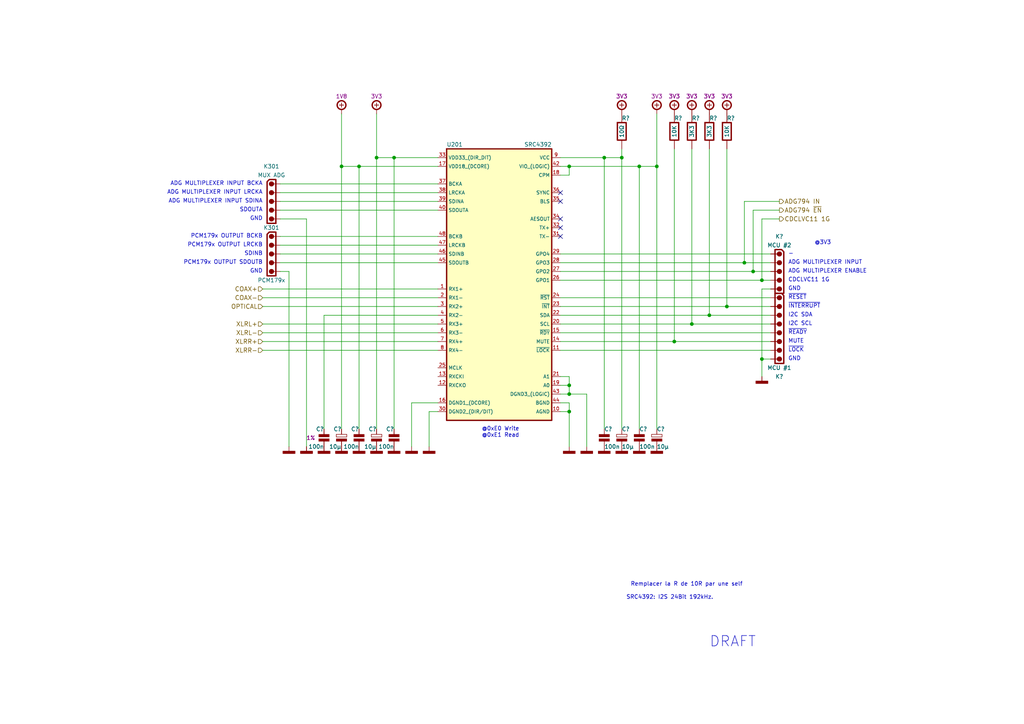
<source format=kicad_sch>
(kicad_sch (version 20230121) (generator eeschema)
  (paper "A4")
  (title_block (title "SRC4392") (date "01/2023") (rev "A") (comment 1 "SRC4392"))
  (lib_symbols
    (symbol "tronixio:CAPACITOR-1206-100N-10P-X7R" (pin_numbers hide) (pin_names (offset 0) hide)
      (property "Reference" "C" (at 1 2.54 0))
      (property "Value" "CAPACITOR-1206-100N-10P-X7R" (at 1 -2.54 0))
      (symbol "CAPACITOR-1206-100N-10P-X7R_0_1"
        (rectangle (start -1.524 -0.254) (end 1.524 -1.016) (stroke (width 0.001)) (fill (type outline)))
        (rectangle (start -1.524 1.016) (end 1.524 0.254) (stroke (width 0.001)) (fill (type outline)))
      )
      (symbol "CAPACITOR-1206-100N-10P-X7R_1_1"
        (pin passive line (at 0 2.54 270) (length 1.905) (name "~") (number "1"))
        (pin passive line (at 0 -2.54 90) (length 1.905) (name "~") (number "2"))
      )
    )
    (symbol "tronixio:CAPACITOR-1206-100N-1P-COG" (pin_numbers hide) (pin_names (offset 0) hide)
      (property "Reference" "C" (at 1 2.54 0))
      (property "Value" "CAPACITOR-1206-100N-1P-COG" (at 1 -2.54 0))
      (property "Tolerance" "1%" (at 1 -5.08 0))
      (symbol "CAPACITOR-1206-100N-1P-COG_0_1"
        (rectangle (start -1.524 -0.254) (end 1.524 -1.016) (stroke (width 0.001)) (fill (type outline)))
        (rectangle (start -1.524 1.016) (end 1.524 0.254) (stroke (width 0.001)) (fill (type outline)))
      )
      (symbol "CAPACITOR-1206-100N-1P-COG_1_1"
        (pin passive line (at 0 2.54 270) (length 1.905) (name "~") (number "1"))
        (pin passive line (at 0 -2.54 90) (length 1.905) (name "~") (number "2"))
      )
    )
    (symbol "tronixio:HARWIN-254-M-1X05-VERTICAL" (pin_numbers hide) (pin_names (offset 0) hide)
      (property "Reference" "K" (at 0 2.54 0))
      (property "Value" "HARWIN-254-M-1X05-VERTICAL" (at 0 -12.7 0))
      (symbol "HARWIN-254-M-1X05-VERTICAL_0_1"
        (circle (center 0 -10.16) (radius 0.635) (stroke (width 0.2)) (fill (type outline)))
        (circle (center 0 -7.62) (radius 0.635) (stroke (width 0.2)) (fill (type outline)))
        (circle (center 0 -5.08) (radius 0.635) (stroke (width 0.2)) (fill (type outline)))
        (circle (center 0 -2.54) (radius 0.635) (stroke (width 0.2)) (fill (type outline)))
        (polyline (pts (xy -1.27 -11.43) (xy 1.27 -11.43) (xy 1.27 0.635) (xy 0.635 1.27) (xy -1.27 1.27) (xy -1.27 -11.43)) (stroke (width 0.4)))
        (circle (center 0 0) (radius 0.635) (stroke (width 0.2)) (fill (type outline)))
      )
      (symbol "HARWIN-254-M-1X05-VERTICAL_1_1"
        (pin passive line (at -2.54 0 0) (length 1.905) (name "1") (number "1"))
        (pin passive line (at -2.54 -2.54 0) (length 1.905) (name "2") (number "2"))
        (pin passive line (at -2.54 -5.08 0) (length 1.905) (name "3") (number "3"))
        (pin passive line (at -2.54 -7.62 0) (length 1.905) (name "4") (number "4"))
        (pin passive line (at -2.54 -10.16 0) (length 1.905) (name "5") (number "5"))
      )
    )
    (symbol "tronixio:HARWIN-254-M-1X08-VERTICAL" (pin_numbers hide) (pin_names (offset 0) hide)
      (property "Reference" "K" (at 0 2.54 0))
      (property "Value" "HARWIN-254-M-1X08-VERTICAL" (at 0 -20.32 0))
      (symbol "HARWIN-254-M-1X08-VERTICAL_0_1"
        (circle (center 0 -17.78) (radius 0.635) (stroke (width 0.2)) (fill (type outline)))
        (circle (center 0 -15.24) (radius 0.635) (stroke (width 0.2)) (fill (type outline)))
        (circle (center 0 -12.7) (radius 0.635) (stroke (width 0.2)) (fill (type outline)))
        (circle (center 0 -10.16) (radius 0.635) (stroke (width 0.2)) (fill (type outline)))
        (circle (center 0 -7.62) (radius 0.635) (stroke (width 0.2)) (fill (type outline)))
        (circle (center 0 -5.08) (radius 0.635) (stroke (width 0.2)) (fill (type outline)))
        (circle (center 0 -2.54) (radius 0.635) (stroke (width 0.2)) (fill (type outline)))
        (polyline (pts (xy -1.27 -19.05) (xy 1.27 -19.05) (xy 1.27 0.635) (xy 0.635 1.27) (xy -1.27 1.27) (xy -1.27 -19.05)) (stroke (width 0.4)))
        (circle (center 0 0) (radius 0.635) (stroke (width 0.2)) (fill (type outline)))
      )
      (symbol "HARWIN-254-M-1X08-VERTICAL_1_1"
        (pin passive line (at -2.54 0 0) (length 1.905) (name "Pin_1") (number "1"))
        (pin passive line (at -2.54 -2.54 0) (length 1.905) (name "Pin_2") (number "2"))
        (pin passive line (at -2.54 -5.08 0) (length 1.905) (name "Pin_3") (number "3"))
        (pin passive line (at -2.54 -7.62 0) (length 1.905) (name "Pin_4") (number "4"))
        (pin passive line (at -2.54 -10.16 0) (length 1.905) (name "Pin_5") (number "5"))
        (pin passive line (at -2.54 -12.7 0) (length 1.905) (name "Pin_6") (number "6"))
        (pin passive line (at -2.54 -15.24 0) (length 1.905) (name "Pin_7") (number "7"))
        (pin passive line (at -2.54 -17.78 0) (length 1.905) (name "Pin_8") (number "8"))
      )
    )
    (symbol "tronixio:POWER-+1V8" (power) (pin_numbers hide) (pin_names (offset 0) hide)
      (property "Name" "1V8" (at 0 5.08 0))
      (symbol "POWER-+1V8_0_1"
        (polyline (pts (xy -0.635 2.54) (xy 0.635 2.54)) (stroke (width 0.2)))
        (polyline (pts (xy 0 1.905) (xy 0 3.175)) (stroke (width 0.2)))
        (circle (center 0 2.54) (radius 1.27) (stroke (width 0.4)))
      )
      (symbol "POWER-+1V8_1_1"
        (pin power_in line (at 0 0 90) (length 1.27) (name "+1V8") (number "1"))
      )
    )
    (symbol "tronixio:POWER-+3V3" (power) (pin_numbers hide) (pin_names (offset 0) hide)
      (property "Name" "3V3" (at 0 5.08 0))
      (symbol "POWER-+3V3_0_1"
        (polyline (pts (xy -0.635 2.54) (xy 0.635 2.54)) (stroke (width 0.2)))
        (polyline (pts (xy 0 1.905) (xy 0 3.175)) (stroke (width 0.2)))
        (circle (center 0 2.54) (radius 1.27) (stroke (width 0.4)))
      )
      (symbol "POWER-+3V3_1_1"
        (pin power_in line (at 0 0 90) (length 1.27) (name "+3V3") (number "1"))
      )
    )
    (symbol "tronixio:POWER-GND" (power) (pin_numbers hide) (pin_names (offset 0) hide)
      (property "Name" "GND" (at 0 -3.81 0))
      (symbol "POWER-GND_0_1"
        (rectangle (start -1.778 -2.032) (end 1.778 -1.27) (stroke (width 0.001)) (fill (type outline)))
      )
      (symbol "POWER-GND_1_1"
        (pin power_in line (at 0 0 270) (length 1.27) (name "GND") (number "1"))
      )
    )
    (symbol "tronixio:RESISTOR-1206-10K-5P" (pin_numbers hide) (pin_names (offset 0) hide)
      (property "Reference" "R" (at 2.54 1.27 0))
      (property "Value" "RESISTOR-1206-10K-5P" (at 2.54 -1.27 0))
      (symbol "RESISTOR-1206-10K-5P_0_1"
        (rectangle (start -1.27 -2.54) (end 1.27 2.54) (stroke (width 0.4)))
      )
      (symbol "RESISTOR-1206-10K-5P_1_1"
        (pin passive line (at 0 5.08 270) (length 2.54) (name "~") (number "1"))
        (pin passive line (at 0 -5.08 90) (length 2.54) (name "~") (number "2"))
      )
    )
    (symbol "tronixio:RESISTOR-1206-10R-5P" (pin_numbers hide) (pin_names (offset 0) hide)
      (property "Reference" "R" (at 2.54 1.27 0))
      (property "Value" "RESISTOR-1206-10R-5P" (at 2.54 -1.27 0))
      (symbol "RESISTOR-1206-10R-5P_0_1"
        (rectangle (start -1.27 -2.54) (end 1.27 2.54) (stroke (width 0.4)))
      )
      (symbol "RESISTOR-1206-10R-5P_1_1"
        (pin passive line (at 0 5.08 270) (length 2.54) (name "~") (number "1"))
        (pin passive line (at 0 -5.08 90) (length 2.54) (name "~") (number "2"))
      )
    )
    (symbol "tronixio:RESISTOR-1206-3K3-5P" (pin_numbers hide) (pin_names (offset 0) hide)
      (property "Reference" "R" (at 2.54 1.27 0))
      (property "Value" "RESISTOR-1206-3K3-5P" (at 2.54 -1.27 0))
      (symbol "RESISTOR-1206-3K3-5P_0_1"
        (rectangle (start -1.27 -2.54) (end 1.27 2.54) (stroke (width 0.4)))
      )
      (symbol "RESISTOR-1206-3K3-5P_1_1"
        (pin passive line (at 0 5.08 270) (length 2.54) (name "~") (number "1"))
        (pin passive line (at 0 -5.08 90) (length 2.54) (name "~") (number "2"))
      )
    )
    (symbol "tronixio:TI-SRC4392-I2C" (pin_names (offset 0.5))
      (property "Reference" "U" (at 17.78 3.81 0))
      (property "Value" "TI-SRC4392-I2C" (at 17.78 -77.47 0))
      (symbol "TI-SRC4392-I2C_0_1"
        (rectangle (start 2.54 2.54) (end 33.02 -76.2) (stroke (width 0.4)) (fill (type background)))
      )
      (symbol "TI-SRC4392-I2C_1_1"
        (pin input line (at 0 -38.1 0) (length 2.54) (name "RX1+") (number "1"))
        (pin power_in line (at 35.56 -73.66 180) (length 2.54) (name "AGND") (number "10"))
        (pin output line (at 35.56 -55.88 180) (length 2.54) (name "~{LOCK}") (number "11"))
        (pin output line (at 0 -66.04 0) (length 2.54) (name "RXCKO") (number "12"))
        (pin input line (at 0 -63.5 0) (length 2.54) (name "RXCKI") (number "13"))
        (pin input line (at 35.56 -53.34 180) (length 2.54) (name "MUTE") (number "14"))
        (pin output line (at 35.56 -50.8 180) (length 2.54) (name "~{RDY}") (number "15"))
        (pin power_in line (at 0 -71.12 0) (length 2.54) (name "DGND1_(DCORE)") (number "16"))
        (pin power_in line (at 0 -2.54 0) (length 2.54) (name "VDD18_(DCORE)") (number "17"))
        (pin input line (at 35.56 -5.08 180) (length 2.54) (name "CPM") (number "18"))
        (pin input line (at 35.56 -66.04 180) (length 2.54) (name "A0") (number "19"))
        (pin input line (at 0 -40.64 0) (length 2.54) (name "RX1-") (number "2"))
        (pin input line (at 35.56 -48.26 180) (length 2.54) (name "SCL") (number "20"))
        (pin input line (at 35.56 -63.5 180) (length 2.54) (name "A1") (number "21"))
        (pin bidirectional line (at 35.56 -45.72 180) (length 2.54) (name "SDA") (number "22"))
        (pin output line (at 35.56 -43.18 180) (length 2.54) (name "~{INT}") (number "23"))
        (pin input line (at 35.56 -40.64 180) (length 2.54) (name "~{RST}") (number "24"))
        (pin input line (at 0 -60.96 0) (length 2.54) (name "MCLK") (number "25"))
        (pin output line (at 35.56 -35.56 180) (length 2.54) (name "GPO1") (number "26"))
        (pin output line (at 35.56 -33.02 180) (length 2.54) (name "GPO2") (number "27"))
        (pin output line (at 35.56 -30.48 180) (length 2.54) (name "GPO3") (number "28"))
        (pin output line (at 35.56 -27.94 180) (length 2.54) (name "GPO4") (number "29"))
        (pin input line (at 0 -43.18 0) (length 2.54) (name "RX2+") (number "3"))
        (pin power_in line (at 0 -73.66 0) (length 2.54) (name "DGND2_(DIR/DIT)") (number "30"))
        (pin output line (at 35.56 -22.86 180) (length 2.54) (name "TX-") (number "31"))
        (pin output line (at 35.56 -20.32 180) (length 2.54) (name "TX+") (number "32"))
        (pin power_in line (at 0 0 0) (length 2.54) (name "VDD33_(DIR_DIT)") (number "33"))
        (pin output line (at 35.56 -17.78 180) (length 2.54) (name "AESOUT") (number "34"))
        (pin bidirectional line (at 35.56 -12.7 180) (length 2.54) (name "BLS") (number "35"))
        (pin output line (at 35.56 -10.16 180) (length 2.54) (name "SYNC") (number "36"))
        (pin bidirectional line (at 0 -7.62 0) (length 2.54) (name "BCKA") (number "37"))
        (pin bidirectional line (at 0 -10.16 0) (length 2.54) (name "LRCKA") (number "38"))
        (pin input line (at 0 -12.7 0) (length 2.54) (name "SDINA") (number "39"))
        (pin input line (at 0 -45.72 0) (length 2.54) (name "RX2-") (number "4"))
        (pin output line (at 0 -15.24 0) (length 2.54) (name "SDOUTA") (number "40"))
        (pin no_connect line (at 35.56 -60.96 180) (length 2.54) hide (name "NC") (number "41"))
        (pin power_in line (at 35.56 -2.54 180) (length 2.54) (name "VIO_(LOGIC)") (number "42"))
        (pin power_in line (at 35.56 -68.58 180) (length 2.54) (name "DGND3_(LOGIC)") (number "43"))
        (pin power_in line (at 35.56 -71.12 180) (length 2.54) (name "BGND") (number "44"))
        (pin output line (at 0 -30.48 0) (length 2.54) (name "SDOUTB") (number "45"))
        (pin input line (at 0 -27.94 0) (length 2.54) (name "SDINB") (number "46"))
        (pin bidirectional line (at 0 -25.4 0) (length 2.54) (name "LRCKB") (number "47"))
        (pin bidirectional line (at 0 -22.86 0) (length 2.54) (name "BCKB") (number "48"))
        (pin input line (at 0 -48.26 0) (length 2.54) (name "RX3+") (number "5"))
        (pin input line (at 0 -50.8 0) (length 2.54) (name "RX3-") (number "6"))
        (pin input line (at 0 -53.34 0) (length 2.54) (name "RX4+") (number "7"))
        (pin input line (at 0 -55.88 0) (length 2.54) (name "RX4-") (number "8"))
        (pin power_in line (at 35.56 0 180) (length 2.54) (name "VCC") (number "9"))
      )
    )
    (symbol "tronixio:WURTH-WCAP-AT1H-10U-35V" (pin_numbers hide) (pin_names (offset 0) hide)
      (property "Reference" "C" (at 1.27 2.54 0))
      (property "Value" "WURTH-WCAP-AT1H-10U-35V" (at 1.27 -2.54 0))
      (symbol "WURTH-WCAP-AT1H-10U-35V_0_1"
        (rectangle (start -1.524 -0.254) (end 1.524 -1.016) (stroke (width 0.001)) (fill (type outline)))
        (rectangle (start -1.524 1.016) (end 1.524 0.254) (stroke (width 0.1524)))
      )
      (symbol "WURTH-WCAP-AT1H-10U-35V_1_1"
        (pin passive line (at 0 2.54 270) (length 1.5) (name "~") (number "1"))
        (pin passive line (at 0 -2.54 90) (length 1.905) (name "~") (number "2"))
      )
    )
  )
  (junction (at 109.22 45.72))
  (junction (at 190.5 48.26))
  (junction (at 165.1 114.3))
  (junction (at 165.1 111.76))
  (junction (at 185.42 48.26))
  (junction (at 104.14 48.26))
  (junction (at 99.06 48.26))
  (junction (at 220.98 81.28))
  (junction (at 114.3 45.72))
  (junction (at 165.1 119.38))
  (junction (at 205.74 91.44))
  (junction (at 218.44 78.74))
  (junction (at 215.9 76.2))
  (junction (at 200.66 93.98))
  (junction (at 195.58 99.06))
  (junction (at 210.82 88.9))
  (junction (at 165.1 48.26))
  (junction (at 175.26 45.72))
  (junction (at 180.34 45.72))
  (junction (at 220.98 104.14))
  (no_connect (at 162.56 66.04))
  (no_connect (at 162.56 55.88))
  (no_connect (at 162.56 68.58))
  (no_connect (at 162.56 58.42))
  (no_connect (at 162.56 63.5))
  (wire (pts (xy 190.5 48.26) (xy 190.5 124.46)))
  (wire (pts (xy 76.2 99.06) (xy 127 99.06)))
  (wire (pts (xy 81.28 55.88) (xy 127 55.88)))
  (wire (pts (xy 185.42 48.26) (xy 185.42 124.46)))
  (wire (pts (xy 162.56 116.84) (xy 165.1 116.84)))
  (wire (pts (xy 165.1 50.8) (xy 165.1 48.26)))
  (wire (pts (xy 76.2 96.52) (xy 127 96.52)))
  (wire (pts (xy 162.56 99.06) (xy 195.58 99.06)))
  (wire (pts (xy 109.22 45.72) (xy 114.3 45.72)))
  (wire (pts (xy 223.52 104.14) (xy 220.98 104.14)))
  (wire (pts (xy 218.44 60.96) (xy 218.44 78.74)))
  (wire (pts (xy 104.14 48.26) (xy 127 48.26)))
  (wire (pts (xy 83.82 78.74) (xy 83.82 129.54)))
  (wire (pts (xy 88.9 63.5) (xy 88.9 129.54)))
  (wire (pts (xy 114.3 45.72) (xy 127 45.72)))
  (wire (pts (xy 195.58 99.06) (xy 223.52 99.06)))
  (wire (pts (xy 223.52 76.2) (xy 215.9 76.2)))
  (wire (pts (xy 215.9 58.42) (xy 215.9 76.2)))
  (wire (pts (xy 119.38 116.84) (xy 119.38 129.54)))
  (wire (pts (xy 162.56 96.52) (xy 223.52 96.52)))
  (wire (pts (xy 162.56 91.44) (xy 205.74 91.44)))
  (wire (pts (xy 180.34 43.18) (xy 180.34 45.72)))
  (wire (pts (xy 175.26 45.72) (xy 180.34 45.72)))
  (wire (pts (xy 190.5 33.02) (xy 190.5 48.26)))
  (wire (pts (xy 81.28 68.58) (xy 127 68.58)))
  (wire (pts (xy 81.28 76.2) (xy 127 76.2)))
  (wire (pts (xy 99.06 33.02) (xy 99.06 48.26)))
  (wire (pts (xy 127 119.38) (xy 124.46 119.38)))
  (wire (pts (xy 162.56 114.3) (xy 165.1 114.3)))
  (wire (pts (xy 81.28 60.96) (xy 127 60.96)))
  (wire (pts (xy 162.56 78.74) (xy 218.44 78.74)))
  (wire (pts (xy 165.1 111.76) (xy 165.1 114.3)))
  (wire (pts (xy 76.2 86.36) (xy 127 86.36)))
  (wire (pts (xy 200.66 43.18) (xy 200.66 93.98)))
  (wire (pts (xy 93.98 91.44) (xy 93.98 124.46)))
  (wire (pts (xy 210.82 43.18) (xy 210.82 88.9)))
  (wire (pts (xy 76.2 88.9) (xy 127 88.9)))
  (wire (pts (xy 165.1 114.3) (xy 170.18 114.3)))
  (wire (pts (xy 175.26 45.72) (xy 175.26 124.46)))
  (wire (pts (xy 114.3 45.72) (xy 114.3 124.46)))
  (wire (pts (xy 162.56 45.72) (xy 175.26 45.72)))
  (wire (pts (xy 210.82 88.9) (xy 223.52 88.9)))
  (wire (pts (xy 220.98 81.28) (xy 223.52 81.28)))
  (wire (pts (xy 127 91.44) (xy 93.98 91.44)))
  (wire (pts (xy 218.44 78.74) (xy 223.52 78.74)))
  (wire (pts (xy 226.06 63.5) (xy 220.98 63.5)))
  (wire (pts (xy 165.1 119.38) (xy 165.1 129.54)))
  (wire (pts (xy 99.06 48.26) (xy 104.14 48.26)))
  (wire (pts (xy 170.18 129.54) (xy 170.18 114.3)))
  (wire (pts (xy 226.06 60.96) (xy 218.44 60.96)))
  (wire (pts (xy 162.56 50.8) (xy 165.1 50.8)))
  (wire (pts (xy 220.98 63.5) (xy 220.98 81.28)))
  (wire (pts (xy 165.1 116.84) (xy 165.1 119.38)))
  (wire (pts (xy 162.56 119.38) (xy 165.1 119.38)))
  (wire (pts (xy 81.28 71.12) (xy 127 71.12)))
  (wire (pts (xy 205.74 91.44) (xy 223.52 91.44)))
  (wire (pts (xy 165.1 109.22) (xy 165.1 111.76)))
  (wire (pts (xy 76.2 101.6) (xy 127 101.6)))
  (wire (pts (xy 162.56 86.36) (xy 223.52 86.36)))
  (wire (pts (xy 81.28 63.5) (xy 88.9 63.5)))
  (wire (pts (xy 76.2 93.98) (xy 127 93.98)))
  (wire (pts (xy 109.22 33.02) (xy 109.22 45.72)))
  (wire (pts (xy 81.28 78.74) (xy 83.82 78.74)))
  (wire (pts (xy 200.66 93.98) (xy 223.52 93.98)))
  (wire (pts (xy 162.56 93.98) (xy 200.66 93.98)))
  (wire (pts (xy 81.28 58.42) (xy 127 58.42)))
  (wire (pts (xy 81.28 53.34) (xy 127 53.34)))
  (wire (pts (xy 223.52 73.66) (xy 162.56 73.66)))
  (wire (pts (xy 165.1 48.26) (xy 185.42 48.26)))
  (wire (pts (xy 226.06 58.42) (xy 215.9 58.42)))
  (wire (pts (xy 162.56 88.9) (xy 210.82 88.9)))
  (wire (pts (xy 109.22 45.72) (xy 109.22 124.46)))
  (wire (pts (xy 99.06 48.26) (xy 99.06 124.46)))
  (wire (pts (xy 223.52 83.82) (xy 220.98 83.82)))
  (wire (pts (xy 104.14 48.26) (xy 104.14 124.46)))
  (wire (pts (xy 185.42 48.26) (xy 190.5 48.26)))
  (wire (pts (xy 195.58 43.18) (xy 195.58 99.06)))
  (wire (pts (xy 162.56 109.22) (xy 165.1 109.22)))
  (wire (pts (xy 81.28 73.66) (xy 127 73.66)))
  (wire (pts (xy 76.2 83.82) (xy 127 83.82)))
  (wire (pts (xy 127 116.84) (xy 119.38 116.84)))
  (wire (pts (xy 205.74 43.18) (xy 205.74 91.44)))
  (wire (pts (xy 162.56 111.76) (xy 165.1 111.76)))
  (wire (pts (xy 124.46 119.38) (xy 124.46 129.54)))
  (wire (pts (xy 162.56 101.6) (xy 223.52 101.6)))
  (wire (pts (xy 180.34 45.72) (xy 180.34 124.46)))
  (wire (pts (xy 220.98 83.82) (xy 220.98 104.14)))
  (wire (pts (xy 220.98 104.14) (xy 220.98 109.22)))
  (wire (pts (xy 162.56 48.26) (xy 165.1 48.26)))
  (wire (pts (xy 215.9 76.2) (xy 162.56 76.2)))
  (wire (pts (xy 162.56 81.28) (xy 220.98 81.28)))
  (text "@0xE0 Write\n@0xE1 Read" (at 139.7 127 0) (effects (font (size 1.15 1.15)) (justify left bottom)))
  (text "GND" (at 76.2 79.375 0) (effects (font (size 1.15 1.15)) (justify right bottom)))
  (text "GND" (at 228.6 84.455 0) (effects (font (size 1.15 1.15)) (justify left bottom)))
  (text "CDCLVC11 1G" (at 228.6 81.915 0) (effects (font (size 1.15 1.15)) (justify left bottom)))
  (text "~{RESET}" (at 228.6 86.995 0) (effects (font (size 1.15 1.15)) (justify left bottom)))
  (text "~{INTERRUPT}" (at 228.6 89.535 0) (effects (font (size 1.15 1.15)) (justify left bottom)))
  (text "GND" (at 228.6 104.775 0) (effects (font (size 1.15 1.15)) (justify left bottom)))
  (text "PCM179x OUTPUT LRCKB" (at 76.2 71.755 0) (effects (font (size 1.15 1.15)) (justify right bottom)))
  (text "@3V3" (at 236.22 71.12 0) (effects (font (size 1.15 1.15)) (justify left bottom)))
  (text "GND" (at 76.2 64.135 0) (effects (font (size 1.15 1.15)) (justify right bottom)))
  (text "PCM179x OUTPUT SDOUTB" (at 76.2 76.835 0) (effects (font (size 1.15 1.15)) (justify right bottom)))
  (text "~{LOCK}" (at 228.6 102.235 0) (effects (font (size 1.15 1.15)) (justify left bottom)))
  (text "PCM179x OUTPUT BCKB" (at 76.2 69.215 0) (effects (font (size 1.15 1.15)) (justify right bottom)))
  (text "I2C SDA" (at 228.6 92.075 0) (effects (font (size 1.15 1.15)) (justify left bottom)))
  (text "ADG MULTIPLEXER INPUT" (at 228.6 76.835 0) (effects (font (size 1.15 1.15)) (justify left bottom)))
  (text "~{READY}" (at 228.6 97.155 0) (effects (font (size 1.15 1.15)) (justify left bottom)))
  (text "ADG MULTIPLEXER INPUT SDINA" (at 76.2 59.055 0) (effects (font (size 1.15 1.15)) (justify right bottom)))
  (text "SRC4392: I2S 24Bit 192kHz." (at 181.61 173.99 0) (effects (font (size 1.15 1.15)) (justify left bottom)))
  (text "ADG MULTIPLEXER INPUT LRCKA" (at 76.2 56.515 0) (effects (font (size 1.15 1.15)) (justify right bottom)))
  (text "MUTE" (at 228.6 99.695 0) (effects (font (size 1.15 1.15)) (justify left bottom)))
  (text "SDINB" (at 76.2 74.295 0) (effects (font (size 1.15 1.15)) (justify right bottom)))
  (text "I2C SCL" (at 228.6 94.615 0) (effects (font (size 1.15 1.15)) (justify left bottom)))
  (text "DRAFT" (at 205.74 187.96 0) (effects (font (size 3 3)) (justify left bottom)))
  (text "-" (at 228.6 74.295 0) (effects (font (size 1.15 1.15)) (justify left bottom)))
  (text "Remplacer la R de 10R par une self" (at 182.88 170.18 0) (effects (font (size 1.15 1.15)) (justify left bottom)))
  (text "ADG MULTIPLEXER ENABLE" (at 228.6 79.375 0) (effects (font (size 1.15 1.15)) (justify left bottom)))
  (text "SDOUTA" (at 76.2 61.595 0) (effects (font (size 1.15 1.15)) (justify right bottom)))
  (text "ADG MULTIPLEXER INPUT BCKA" (at 76.2 53.975 0) (effects (font (size 1.15 1.15)) (justify right bottom)))
  (hierarchical_label "ADG794 ~{EN}" (shape output) (at 226.06 60.96 0))
  (hierarchical_label "COAX+" (shape input) (at 76.2 83.82 180))
  (hierarchical_label "COAX-" (shape input) (at 76.2 86.36 180))
  (hierarchical_label "CDCLVC11 1G" (shape output) (at 226.06 63.5 0))
  (hierarchical_label "XLRL+" (shape input) (at 76.2 93.98 180))
  (hierarchical_label "XLRL-" (shape input) (at 76.2 96.52 180))
  (hierarchical_label "XLRR-" (shape input) (at 76.2 101.6 180))
  (hierarchical_label "XLRR+" (shape input) (at 76.2 99.06 180))
  (hierarchical_label "OPTICAL" (shape input) (at 76.2 88.9 180))
  (hierarchical_label "ADG794 IN" (shape output) (at 226.06 58.42 0))
  (symbol (lib_id "tronixio:POWER-GND") (at 185.42 129.54 0) (unit 1)
    (property "Reference" "#PWR?" (effects hide))
    (property "Value" "POWER-DGND" (effects hide))
    (property "Name" "GND" (effects hide))
    (instances (project "main" (path "" (reference "#PWR?") (unit 1)) (path "" (reference "#PWR0307") (unit 1)) (path "" (reference "#PWR0218") (unit 1))))
  )
  (symbol (lib_id "tronixio:HARWIN-254-M-1X05-VERTICAL") (at 226.06 73.66 0) (unit 1)
    (property "Reference" "K?" (at 226.06 68.58 0) (effects (font (size 1.15 1.15))))
    (property "Value" "MCU #2" (at 226.06 71.12 0) (effects (font (size 1.15 1.15))))
    (property "Footprint" "tronixio:HARWIN-M20-999054x" (effects hide))
    (property "Datasheet" "https://www.harwin.com/products/M20-9990546/" (effects hide))
    (property "Mouser" "855-M20-999054" (effects hide))
    (property "Name" "HARWIN-254-M-1X05-VERTICAL" (effects hide))
    (instances (project "main" (path "" (reference "K?") (unit 1)) (path "" (reference "K302") (unit 1)) (path "" (reference "K203") (unit 1))))
  )
  (symbol (lib_id "tronixio:POWER-GND") (at 114.3 129.54 0) (unit 1)
    (property "Reference" "#PWR?" (effects hide))
    (property "Value" "POWER-DGND" (effects hide))
    (property "Name" "GND" (effects hide))
    (instances (project "main" (path "" (reference "#PWR?") (unit 1)) (path "" (reference "#PWR0307") (unit 1)) (path "" (reference "#PWR0209") (unit 1))))
  )
  (symbol (lib_id "tronixio:CAPACITOR-1206-100N-10P-X7R") (at 104.14 127 0) (unit 1)
    (property "Reference" "C?" (at 104.14 124.46 0) (effects (font (size 1.15 1.15)) (justify right)))
    (property "Value" "100n" (at 104.14 129.54 0) (effects (font (size 1.15 1.15)) (justify right)))
    (property "Footprint" "tronixio:CAPACITOR-SMD-1206" (effects hide))
    (property "Voltage" "50V" (effects hide))
    (property "Tolerance" "10%" (effects hide))
    (property "Mouser" "80-C1206C104K5R" (effects hide))
    (instances (project "main" (path "" (reference "C?") (unit 1)) (path "" (reference "C302") (unit 1)) (path "" (reference "C202") (unit 1))))
  )
  (symbol (lib_id "tronixio:HARWIN-254-M-1X08-VERTICAL") (at 226.06 86.36 0) (unit 1)
    (property "Reference" "K?" (at 226.06 109.22 0) (effects (font (size 1.15 1.15))))
    (property "Value" "MCU #1" (at 226.06 106.68 0) (effects (font (size 1.15 1.15))))
    (property "Footprint" "tronixio:HARWIN-M20-999084x" (effects hide))
    (property "Datasheet" "https://www.harwin.com/products/M20-9990846/" (effects hide))
    (property "Mouser" "855-M20-999084" (effects hide))
    (property "Name" "HARWIN-254-M-1X08-VERTICAL" (effects hide))
    (instances (project "main" (path "" (reference "K?") (unit 1)) (path "" (reference "K302") (unit 1)) (path "" (reference "K204") (unit 1))))
  )
  (symbol (lib_id "tronixio:POWER-GND") (at 119.38 129.54 0) (unit 1)
    (property "Reference" "#PWR?" (effects hide))
    (property "Value" "POWER-DGND" (effects hide))
    (property "Name" "GND" (effects hide))
    (instances (project "main" (path "" (reference "#PWR?") (unit 1)) (path "" (reference "#PWR0307") (unit 1)) (path "" (reference "#PWR0210") (unit 1))))
  )
  (symbol (lib_id "tronixio:POWER-GND") (at 88.9 129.54 0) (unit 1)
    (property "Reference" "#PWR?" (effects hide))
    (property "Value" "POWER-DGND" (effects hide))
    (property "Name" "GND" (effects hide))
    (instances (project "main" (path "" (reference "#PWR?") (unit 1)) (path "" (reference "#PWR0307") (unit 1)) (path "" (reference "#PWR0201") (unit 1))))
  )
  (symbol (lib_id "tronixio:CAPACITOR-1206-100N-10P-X7R") (at 175.26 127 0) (unit 1)
    (property "Reference" "C?" (at 175.26 124.46 0) (effects (font (size 1.15 1.15)) (justify left)))
    (property "Value" "100n" (at 175.26 129.54 0) (effects (font (size 1.15 1.15)) (justify left)))
    (property "Footprint" "tronixio:CAPACITOR-SMD-1206" (effects hide))
    (property "Voltage" "50V" (effects hide))
    (property "Tolerance" "10%" (effects hide))
    (property "Mouser" "80-C1206C104K5R" (effects hide))
    (instances (project "main" (path "" (reference "C?") (unit 1)) (path "" (reference "C308") (unit 1)) (path "" (reference "C205") (unit 1))))
  )
  (symbol (lib_id "tronixio:POWER-GND") (at 165.1 129.54 0) (unit 1)
    (property "Reference" "#PWR?" (effects hide))
    (property "Value" "POWER-DGND" (effects hide))
    (property "Name" "GND" (effects hide))
    (instances (project "main" (path "" (reference "#PWR?") (unit 1)) (path "" (reference "#PWR0307") (unit 1)) (path "" (reference "#PWR0212") (unit 1))))
  )
  (symbol (lib_id "tronixio:POWER-GND") (at 83.82 129.54 0) (unit 1)
    (property "Reference" "#PWR?" (effects hide))
    (property "Value" "POWER-DGND" (effects hide))
    (property "Name" "GND" (effects hide))
    (instances (project "main" (path "" (reference "#PWR?") (unit 1)) (path "" (reference "#PWR0307") (unit 1)) (path "" (reference "#PWR0224") (unit 1))))
  )
  (symbol (lib_id "tronixio:POWER-+3V3") (at 205.74 33.02 0) (unit 1)
    (property "Reference" "#PWR0131" (effects hide))
    (property "Value" "POWER-+3V3" (effects hide))
    (property "Name" "3V3" (at 205.74 27.94 0) (effects (font (size 1.15 1.15))))
    (instances (project "main" (path "" (reference "#PWR0131") (unit 1)) (path "" (reference "#PWR0220") (unit 1))))
  )
  (symbol (lib_id "tronixio:POWER-+1V8") (at 99.06 33.02 0) (unit 1)
    (property "Reference" "#PWR0119" (effects hide))
    (property "Value" "POWER-+1V8" (effects hide))
    (property "Name" "1V8" (at 99.06 27.94 0) (effects (font (size 1.15 1.15))))
    (instances (project "main" (path "" (reference "#PWR0119") (unit 1)) (path "" (reference "#PWR0203") (unit 1))))
  )
  (symbol (lib_id "tronixio:POWER-GND") (at 175.26 129.54 0) (unit 1)
    (property "Reference" "#PWR?" (effects hide))
    (property "Value" "POWER-DGND" (effects hide))
    (property "Name" "GND" (effects hide))
    (instances (project "main" (path "" (reference "#PWR?") (unit 1)) (path "" (reference "#PWR0307") (unit 1)) (path "" (reference "#PWR0215") (unit 1))))
  )
  (symbol (lib_id "tronixio:RESISTOR-1206-10K-5P") (at 210.82 38.1 0) (unit 1)
    (property "Reference" "R?" (at 210.82 34.29 0) (effects (font (size 1.15 1.15)) (justify left)))
    (property "Value" "10K" (at 210.82 38.1 90) (effects (font (size 1.15 1.15))))
    (property "Footprint" "tronixio:RESISTOR-SMD-1206" (effects hide))
    (property "Tolerance" "5%" (effects hide))
    (property "Mouser" "660-RK73B2BTTDD103J" (effects hide))
    (instances (project "main" (path "" (reference "R?") (unit 1)) (path "" (reference "R305") (unit 1)) (path "" (reference "R205") (unit 1))))
  )
  (symbol (lib_id "tronixio:HARWIN-254-M-1X05-VERTICAL") (at 78.74 53.34 0) (mirror y) (unit 1)
    (property "Reference" "K301" (at 78.74 48.26 0) (effects (font (size 1.15 1.15))))
    (property "Value" "MUX ADG" (at 78.74 50.8 0) (effects (font (size 1.15 1.15))))
    (property "Footprint" "tronixio:HARWIN-M20-999054x" (effects hide))
    (property "Datasheet" "https://www.harwin.com/products/M20-9990546/" (effects hide))
    (property "Mouser" "855-M20-999054" (effects hide))
    (property "Name" "HARWIN-254-M-1X05-VERTICAL" (effects hide))
    (instances (project "main" (path "" (reference "K301") (unit 1)) (path "" (reference "K205") (unit 1))))
  )
  (symbol (lib_id "tronixio:POWER-GND") (at 190.5 129.54 0) (unit 1)
    (property "Reference" "#PWR?" (effects hide))
    (property "Value" "POWER-DGND" (effects hide))
    (property "Name" "GND" (effects hide))
    (instances (project "main" (path "" (reference "#PWR?") (unit 1)) (path "" (reference "#PWR0307") (unit 1)) (path "" (reference "#PWR0222") (unit 1))))
  )
  (symbol (lib_id "tronixio:POWER-GND") (at 124.46 129.54 0) (unit 1)
    (property "Reference" "#PWR?" (effects hide))
    (property "Value" "POWER-DGND" (effects hide))
    (property "Name" "GND" (effects hide))
    (instances (project "main" (path "" (reference "#PWR?") (unit 1)) (path "" (reference "#PWR0307") (unit 1)) (path "" (reference "#PWR0211") (unit 1))))
  )
  (symbol (lib_id "tronixio:POWER-GND") (at 220.98 109.22 0) (unit 1)
    (property "Reference" "#PWR?" (effects hide))
    (property "Value" "POWER-DGND" (effects hide))
    (property "Name" "GND" (effects hide))
    (instances (project "main" (path "" (reference "#PWR?") (unit 1)) (path "" (reference "#PWR0307") (unit 1)) (path "" (reference "#PWR0225") (unit 1))))
  )
  (symbol (lib_id "tronixio:POWER-GND") (at 104.14 129.54 0) (unit 1)
    (property "Reference" "#PWR?" (effects hide))
    (property "Value" "POWER-DGND" (effects hide))
    (property "Name" "GND" (effects hide))
    (instances (project "main" (path "" (reference "#PWR?") (unit 1)) (path "" (reference "#PWR0307") (unit 1)) (path "" (reference "#PWR0207") (unit 1))))
  )
  (symbol (lib_id "tronixio:CAPACITOR-1206-100N-1P-COG") (at 93.98 127 0) (unit 1)
    (property "Reference" "C?" (at 93.98 124.46 0) (effects (font (size 1.15 1.15)) (justify right)))
    (property "Value" "100n" (at 93.98 129.54 0) (effects (font (size 1.15 1.15)) (justify right)))
    (property "Footprint" "tronixio:CAPACITOR-SMD-1206" (effects hide))
    (property "Voltage" "25V" (effects hide))
    (property "Tolerance" "1%" (at 91.44 127 0) (effects (font (size 1.15 1.15)) (justify right)))
    (property "Mouser" "80-C1206C104F3G" (effects hide))
    (instances (project "main" (path "" (reference "C?") (unit 1)) (path "" (reference "C302") (unit 1)) (path "" (reference "C209") (unit 1))))
  )
  (symbol (lib_id "tronixio:POWER-+3V3") (at 180.34 33.02 0) (unit 1)
    (property "Reference" "#PWR0131" (effects hide))
    (property "Value" "POWER-+3V3" (effects hide))
    (property "Name" "3V3" (at 180.34 27.94 0) (effects (font (size 1.15 1.15))))
    (instances (project "main" (path "" (reference "#PWR0131") (unit 1)) (path "" (reference "#PWR0214") (unit 1))))
  )
  (symbol (lib_id "tronixio:POWER-+3V3") (at 195.58 33.02 0) (unit 1)
    (property "Reference" "#PWR0131" (effects hide))
    (property "Value" "POWER-+3V3" (effects hide))
    (property "Name" "3V3" (at 195.58 27.94 0) (effects (font (size 1.15 1.15))))
    (instances (project "main" (path "" (reference "#PWR0131") (unit 1)) (path "" (reference "#PWR0217") (unit 1))))
  )
  (symbol (lib_id "tronixio:POWER-GND") (at 180.34 129.54 0) (unit 1)
    (property "Reference" "#PWR?" (effects hide))
    (property "Value" "POWER-DGND" (effects hide))
    (property "Name" "GND" (effects hide))
    (instances (project "main" (path "" (reference "#PWR?") (unit 1)) (path "" (reference "#PWR0307") (unit 1)) (path "" (reference "#PWR0216") (unit 1))))
  )
  (symbol (lib_id "tronixio:POWER-+3V3") (at 190.5 33.02 0) (unit 1)
    (property "Reference" "#PWR0131" (effects hide))
    (property "Value" "POWER-+3V3" (effects hide))
    (property "Name" "3V3" (at 190.5 27.94 0) (effects (font (size 1.15 1.15))))
    (instances (project "main" (path "" (reference "#PWR0131") (unit 1)) (path "" (reference "#PWR0202") (unit 1))))
  )
  (symbol (lib_id "tronixio:RESISTOR-1206-10K-5P") (at 195.58 38.1 0) (unit 1)
    (property "Reference" "R?" (at 195.58 34.29 0) (effects (font (size 1.15 1.15)) (justify left)))
    (property "Value" "10K" (at 195.58 38.1 90) (effects (font (size 1.15 1.15))))
    (property "Footprint" "tronixio:RESISTOR-SMD-1206" (effects hide))
    (property "Tolerance" "5%" (effects hide))
    (property "Mouser" "660-RK73B2BTTDD103J" (effects hide))
    (instances (project "main" (path "" (reference "R?") (unit 1)) (path "" (reference "R305") (unit 1)) (path "" (reference "R202") (unit 1))))
  )
  (symbol (lib_id "tronixio:POWER-GND") (at 170.18 129.54 0) (unit 1)
    (property "Reference" "#PWR?" (effects hide))
    (property "Value" "POWER-DGND" (effects hide))
    (property "Name" "GND" (effects hide))
    (instances (project "main" (path "" (reference "#PWR?") (unit 1)) (path "" (reference "#PWR0307") (unit 1)) (path "" (reference "#PWR0213") (unit 1))))
  )
  (symbol (lib_id "tronixio:POWER-GND") (at 93.98 129.54 0) (unit 1)
    (property "Reference" "#PWR?" (effects hide))
    (property "Value" "POWER-DGND" (effects hide))
    (property "Name" "GND" (effects hide))
    (instances (project "main" (path "" (reference "#PWR?") (unit 1)) (path "" (reference "#PWR0307") (unit 1)) (path "" (reference "#PWR0204") (unit 1))))
  )
  (symbol (lib_id "tronixio:HARWIN-254-M-1X05-VERTICAL") (at 78.74 68.58 0) (mirror y) (unit 1)
    (property "Reference" "K301" (at 78.74 66.04 0) (effects (font (size 1.15 1.15))))
    (property "Value" "PCM179x" (at 78.74 81.28 0) (effects (font (size 1.15 1.15))))
    (property "Footprint" "tronixio:HARWIN-M20-999054x" (effects hide))
    (property "Datasheet" "https://www.harwin.com/products/M20-9990546/" (effects hide))
    (property "Mouser" "855-M20-999054" (effects hide))
    (property "Name" "HARWIN-254-M-1X05-VERTICAL" (effects hide))
    (instances (project "main" (path "" (reference "K301") (unit 1)) (path "" (reference "K206") (unit 1))))
  )
  (symbol (lib_id "tronixio:WURTH-WCAP-AT1H-10U-35V") (at 99.06 127 0) (unit 1)
    (property "Reference" "C?" (at 99.06 124.46 0) (effects (font (size 1.15 1.15)) (justify right)))
    (property "Value" "10µ" (at 99.06 129.54 0) (effects (font (size 1.15 1.15)) (justify right)))
    (property "Footprint" "tronixio:CAPACITOR-ELECTROLYTIC-RADIAL-050-110-020-WURTH" (effects hide))
    (property "Datasheet" "https://www.we-online.com/catalog/datasheet/860240572001.pdf" (effects hide))
    (property "Tolerance" "20%" (effects hide))
    (property "Mouser" "710-860240572001" (effects hide))
    (property "Voltage" "35V" (effects hide))
    (property "Life" "5000H" (effects hide))
    (instances (project "main" (path "" (reference "C?") (unit 1)) (path "" (reference "C301") (unit 1)) (path "" (reference "C201") (unit 1))))
  )
  (symbol (lib_id "tronixio:RESISTOR-1206-3K3-5P") (at 205.74 38.1 0) (unit 1)
    (property "Reference" "R?" (at 205.74 34.29 0) (effects (font (size 1.15 1.15)) (justify left)))
    (property "Value" "3K3" (at 205.74 38.1 90) (effects (font (size 1.15 1.15))))
    (property "Footprint" "tronixio:RESISTOR-SMD-1206" (effects hide))
    (property "Tolerance" "5%" (effects hide))
    (property "Mouser" "660-RK73B2BTTDD332J" (effects hide))
    (instances (project "main" (path "" (reference "R?") (unit 1)) (path "" (reference "R305") (unit 1)) (path "" (reference "R204") (unit 1))))
  )
  (symbol (lib_id "tronixio:RESISTOR-1206-3K3-5P") (at 200.66 38.1 0) (unit 1)
    (property "Reference" "R?" (at 200.66 34.29 0) (effects (font (size 1.15 1.15)) (justify left)))
    (property "Value" "3K3" (at 200.66 38.1 90) (effects (font (size 1.15 1.15))))
    (property "Footprint" "tronixio:RESISTOR-SMD-1206" (effects hide))
    (property "Tolerance" "5%" (effects hide))
    (property "Mouser" "660-RK73B2BTTDD332J" (effects hide))
    (instances (project "main" (path "" (reference "R?") (unit 1)) (path "" (reference "R305") (unit 1)) (path "" (reference "R203") (unit 1))))
  )
  (symbol (lib_id "tronixio:WURTH-WCAP-AT1H-10U-35V") (at 109.22 127 0) (unit 1)
    (property "Reference" "C?" (at 109.22 124.46 0) (effects (font (size 1.15 1.15)) (justify right)))
    (property "Value" "10µ" (at 109.22 129.54 0) (effects (font (size 1.15 1.15)) (justify right)))
    (property "Footprint" "tronixio:CAPACITOR-ELECTROLYTIC-RADIAL-050-110-020-WURTH" (effects hide))
    (property "Datasheet" "https://www.we-online.com/catalog/datasheet/860240572001.pdf" (effects hide))
    (property "Tolerance" "20%" (effects hide))
    (property "Mouser" "710-860240572001" (effects hide))
    (property "Voltage" "35V" (effects hide))
    (property "Life" "5000H" (effects hide))
    (instances (project "main" (path "" (reference "C?") (unit 1)) (path "" (reference "C301") (unit 1)) (path "" (reference "C203") (unit 1))))
  )
  (symbol (lib_id "tronixio:POWER-+3V3") (at 210.82 33.02 0) (unit 1)
    (property "Reference" "#PWR0131" (effects hide))
    (property "Value" "POWER-+3V3" (effects hide))
    (property "Name" "3V3" (at 210.82 27.94 0) (effects (font (size 1.15 1.15))))
    (instances (project "main" (path "" (reference "#PWR0131") (unit 1)) (path "" (reference "#PWR0221") (unit 1))))
  )
  (symbol (lib_id "tronixio:POWER-GND") (at 109.22 129.54 0) (unit 1)
    (property "Reference" "#PWR?" (effects hide))
    (property "Value" "POWER-DGND" (effects hide))
    (property "Name" "GND" (effects hide))
    (instances (project "main" (path "" (reference "#PWR?") (unit 1)) (path "" (reference "#PWR0307") (unit 1)) (path "" (reference "#PWR0208") (unit 1))))
  )
  (symbol (lib_id "tronixio:RESISTOR-1206-10R-5P") (at 180.34 38.1 0) (unit 1)
    (property "Reference" "R?" (at 180.34 34.29 0) (effects (font (size 1.15 1.15)) (justify left)))
    (property "Value" "10Ω" (at 180.34 38.1 90) (effects (font (size 1.15 1.15))))
    (property "Footprint" "tronixio:RESISTOR-SMD-1206" (effects hide))
    (property "Tolerance" "5%" (effects hide))
    (property "Mouser" "660-RK73B2BTTDD100J" (effects hide))
    (instances (project "main" (path "" (reference "R?") (unit 1)) (path "" (reference "R305") (unit 1)) (path "" (reference "R201") (unit 1))))
  )
  (symbol (lib_id "tronixio:WURTH-WCAP-AT1H-10U-35V") (at 180.34 127 0) (unit 1)
    (property "Reference" "C?" (at 180.34 124.46 0) (effects (font (size 1.15 1.15)) (justify left)))
    (property "Value" "10µ" (at 180.34 129.54 0) (effects (font (size 1.15 1.15)) (justify left)))
    (property "Footprint" "tronixio:CAPACITOR-ELECTROLYTIC-RADIAL-050-110-020-WURTH" (effects hide))
    (property "Datasheet" "https://www.we-online.com/catalog/datasheet/860240572001.pdf" (effects hide))
    (property "Tolerance" "20%" (effects hide))
    (property "Mouser" "710-860240572001" (effects hide))
    (property "Voltage" "35V" (effects hide))
    (property "Life" "5000H" (effects hide))
    (instances (project "main" (path "" (reference "C?") (unit 1)) (path "" (reference "C309") (unit 1)) (path "" (reference "C206") (unit 1))))
  )
  (symbol (lib_id "tronixio:POWER-GND") (at 99.06 129.54 0) (unit 1)
    (property "Reference" "#PWR?" (effects hide))
    (property "Value" "POWER-DGND" (effects hide))
    (property "Name" "GND" (effects hide))
    (instances (project "main" (path "" (reference "#PWR?") (unit 1)) (path "" (reference "#PWR0307") (unit 1)) (path "" (reference "#PWR0205") (unit 1))))
  )
  (symbol (lib_id "tronixio:TI-SRC4392-I2C") (at 127 45.72 0) (unit 1)
    (property "Reference" "U201" (at 129.54 41.91 0) (effects (font (size 1.15 1.15)) (justify left)))
    (property "Value" "SRC4392" (at 160.02 41.91 0) (effects (font (size 1.15 1.15)) (justify right)))
    (property "Footprint" "tronixio:TQFP-48" (effects hide))
    (property "Datasheet" "https://www.ti.com/product/SRC4392" (effects hide))
    (property "Mouser" "595-SRC4392IPFBR" (effects hide))
  )
  (symbol (lib_id "tronixio:CAPACITOR-1206-100N-10P-X7R") (at 114.3 127 0) (unit 1)
    (property "Reference" "C?" (at 114.3 124.46 0) (effects (font (size 1.15 1.15)) (justify right)))
    (property "Value" "100n" (at 114.3 129.54 0) (effects (font (size 1.15 1.15)) (justify right)))
    (property "Footprint" "tronixio:CAPACITOR-SMD-1206" (effects hide))
    (property "Voltage" "50V" (effects hide))
    (property "Tolerance" "10%" (effects hide))
    (property "Mouser" "80-C1206C104K5R" (effects hide))
    (instances (project "main" (path "" (reference "C?") (unit 1)) (path "" (reference "C302") (unit 1)) (path "" (reference "C204") (unit 1))))
  )
  (symbol (lib_id "tronixio:CAPACITOR-1206-100N-10P-X7R") (at 185.42 127 0) (unit 1)
    (property "Reference" "C?" (at 185.42 124.46 0) (effects (font (size 1.15 1.15)) (justify left)))
    (property "Value" "100n" (at 185.42 129.54 0) (effects (font (size 1.15 1.15)) (justify left)))
    (property "Footprint" "tronixio:CAPACITOR-SMD-1206" (effects hide))
    (property "Voltage" "50V" (effects hide))
    (property "Tolerance" "10%" (effects hide))
    (property "Mouser" "80-C1206C104K5R" (effects hide))
    (instances (project "main" (path "" (reference "C?") (unit 1)) (path "" (reference "C308") (unit 1)) (path "" (reference "C207") (unit 1))))
  )
  (symbol (lib_id "tronixio:WURTH-WCAP-AT1H-10U-35V") (at 190.5 127 0) (unit 1)
    (property "Reference" "C?" (at 190.5 124.46 0) (effects (font (size 1.15 1.15)) (justify left)))
    (property "Value" "10µ" (at 190.5 129.54 0) (effects (font (size 1.15 1.15)) (justify left)))
    (property "Footprint" "tronixio:CAPACITOR-ELECTROLYTIC-RADIAL-050-110-020-WURTH" (effects hide))
    (property "Datasheet" "https://www.we-online.com/catalog/datasheet/860240572001.pdf" (effects hide))
    (property "Tolerance" "20%" (effects hide))
    (property "Mouser" "710-860240572001" (effects hide))
    (property "Voltage" "35V" (effects hide))
    (property "Life" "5000H" (effects hide))
    (instances (project "main" (path "" (reference "C?") (unit 1)) (path "" (reference "C309") (unit 1)) (path "" (reference "C208") (unit 1))))
  )
  (symbol (lib_id "tronixio:POWER-+3V3") (at 109.22 33.02 0) (unit 1)
    (property "Reference" "#PWR0115" (effects hide))
    (property "Value" "POWER-+3V3D" (effects hide))
    (property "Name" "3V3" (at 109.22 27.94 0) (effects (font (size 1.15 1.15))))
    (instances (project "main" (path "" (reference "#PWR0115") (unit 1)) (path "" (reference "#PWR0206") (unit 1))))
  )
  (symbol (lib_id "tronixio:POWER-+3V3") (at 200.66 33.02 0) (unit 1)
    (property "Reference" "#PWR0131" (effects hide))
    (property "Value" "POWER-+3V3" (effects hide))
    (property "Name" "3V3" (at 200.66 27.94 0) (effects (font (size 1.15 1.15))))
    (instances (project "main" (path "" (reference "#PWR0131") (unit 1)) (path "" (reference "#PWR0219") (unit 1))))
  )
)
</source>
